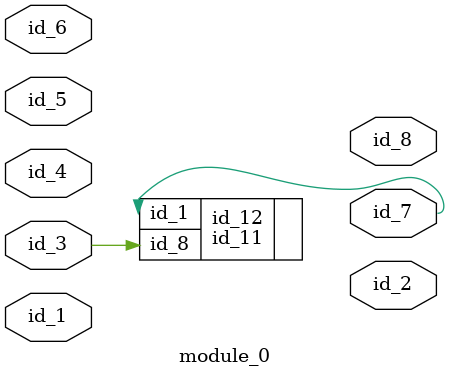
<source format=v>
module module_0 (
    id_1,
    id_2,
    id_3,
    id_4,
    id_5,
    id_6,
    id_7,
    id_8
);
  output id_8;
  output id_7;
  input id_6;
  input id_5;
  input id_4;
  input id_3;
  output id_2;
  input id_1;
  id_9 id_10 (
      .id_3(1'b0),
      .id_8(1'b0)
  );
  id_11 id_12 (
      .id_8(id_3),
      .id_1(id_7)
  );
endmodule

</source>
